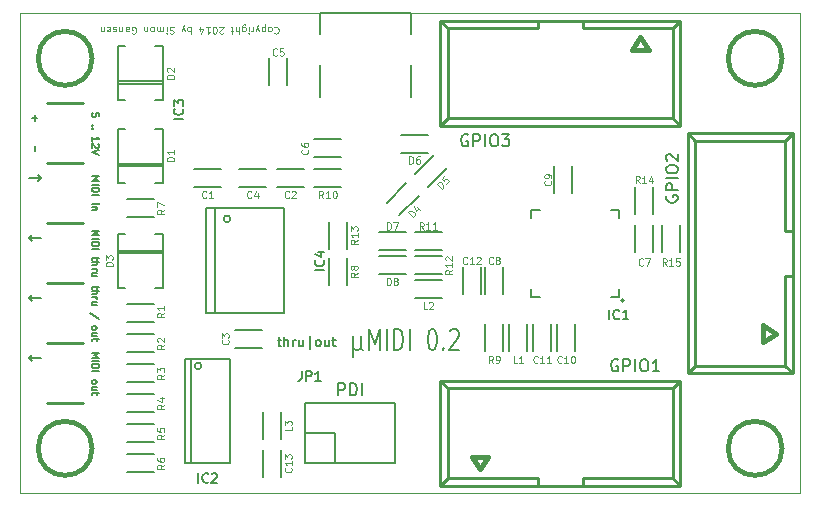
<source format=gto>
%TF.FileFunction,Legend,Top*%
%FSLAX46Y46*%
G04 Gerber Fmt 4.6, Leading zero omitted, Abs format (unit mm)*
G04 Created by KiCad (PCBNEW (2014-09-08 BZR 5122)-product) date Wed 17 Dec 2014 07:33:54 PM CET*
%MOMM*%
G01*
G04 APERTURE LIST*
%ADD10C,0.020000*%
%ADD11C,0.120000*%
%ADD12C,0.150000*%
%ADD13C,0.200000*%
%ADD14C,0.100000*%
%ADD15C,0.254000*%
%ADD16C,0.406400*%
%ADD17C,0.381000*%
%ADD18C,0.127000*%
%ADD19C,0.114300*%
G04 APERTURE END LIST*
D10*
D11*
X21522429Y39457286D02*
X21551000Y39485857D01*
X21636714Y39514429D01*
X21693857Y39514429D01*
X21779572Y39485857D01*
X21836714Y39428714D01*
X21865286Y39371571D01*
X21893857Y39257286D01*
X21893857Y39171571D01*
X21865286Y39057286D01*
X21836714Y39000143D01*
X21779572Y38943000D01*
X21693857Y38914429D01*
X21636714Y38914429D01*
X21551000Y38943000D01*
X21522429Y38971571D01*
X21179572Y39514429D02*
X21236714Y39485857D01*
X21265286Y39457286D01*
X21293857Y39400143D01*
X21293857Y39228714D01*
X21265286Y39171571D01*
X21236714Y39143000D01*
X21179572Y39114429D01*
X21093857Y39114429D01*
X21036714Y39143000D01*
X21008143Y39171571D01*
X20979572Y39228714D01*
X20979572Y39400143D01*
X21008143Y39457286D01*
X21036714Y39485857D01*
X21093857Y39514429D01*
X21179572Y39514429D01*
X20722429Y39114429D02*
X20722429Y39714429D01*
X20722429Y39143000D02*
X20665286Y39114429D01*
X20551000Y39114429D01*
X20493857Y39143000D01*
X20465286Y39171571D01*
X20436715Y39228714D01*
X20436715Y39400143D01*
X20465286Y39457286D01*
X20493857Y39485857D01*
X20551000Y39514429D01*
X20665286Y39514429D01*
X20722429Y39485857D01*
X20236715Y39114429D02*
X20093858Y39514429D01*
X19951000Y39114429D02*
X20093858Y39514429D01*
X20151000Y39657286D01*
X20179572Y39685857D01*
X20236715Y39714429D01*
X19722429Y39514429D02*
X19722429Y39114429D01*
X19722429Y39228714D02*
X19693857Y39171571D01*
X19665286Y39143000D01*
X19608143Y39114429D01*
X19551000Y39114429D01*
X19351000Y39514429D02*
X19351000Y39114429D01*
X19351000Y38914429D02*
X19379571Y38943000D01*
X19351000Y38971571D01*
X19322428Y38943000D01*
X19351000Y38914429D01*
X19351000Y38971571D01*
X18808143Y39114429D02*
X18808143Y39600143D01*
X18836714Y39657286D01*
X18865286Y39685857D01*
X18922429Y39714429D01*
X19008143Y39714429D01*
X19065286Y39685857D01*
X18808143Y39485857D02*
X18865286Y39514429D01*
X18979572Y39514429D01*
X19036714Y39485857D01*
X19065286Y39457286D01*
X19093857Y39400143D01*
X19093857Y39228714D01*
X19065286Y39171571D01*
X19036714Y39143000D01*
X18979572Y39114429D01*
X18865286Y39114429D01*
X18808143Y39143000D01*
X18522429Y39514429D02*
X18522429Y38914429D01*
X18265286Y39514429D02*
X18265286Y39200143D01*
X18293857Y39143000D01*
X18351000Y39114429D01*
X18436715Y39114429D01*
X18493857Y39143000D01*
X18522429Y39171571D01*
X18065286Y39114429D02*
X17836715Y39114429D01*
X17979572Y38914429D02*
X17979572Y39428714D01*
X17951000Y39485857D01*
X17893858Y39514429D01*
X17836715Y39514429D01*
X17208143Y38971571D02*
X17179572Y38943000D01*
X17122429Y38914429D01*
X16979572Y38914429D01*
X16922429Y38943000D01*
X16893858Y38971571D01*
X16865286Y39028714D01*
X16865286Y39085857D01*
X16893858Y39171571D01*
X17236715Y39514429D01*
X16865286Y39514429D01*
X16493857Y38914429D02*
X16436714Y38914429D01*
X16379571Y38943000D01*
X16351000Y38971571D01*
X16322429Y39028714D01*
X16293857Y39143000D01*
X16293857Y39285857D01*
X16322429Y39400143D01*
X16351000Y39457286D01*
X16379571Y39485857D01*
X16436714Y39514429D01*
X16493857Y39514429D01*
X16551000Y39485857D01*
X16579571Y39457286D01*
X16608143Y39400143D01*
X16636714Y39285857D01*
X16636714Y39143000D01*
X16608143Y39028714D01*
X16579571Y38971571D01*
X16551000Y38943000D01*
X16493857Y38914429D01*
X15722428Y39514429D02*
X16065285Y39514429D01*
X15893857Y39514429D02*
X15893857Y38914429D01*
X15951000Y39000143D01*
X16008142Y39057286D01*
X16065285Y39085857D01*
X15208142Y39114429D02*
X15208142Y39514429D01*
X15350999Y38885857D02*
X15493856Y39314429D01*
X15122428Y39314429D01*
X14436713Y39514429D02*
X14436713Y38914429D01*
X14436713Y39143000D02*
X14379570Y39114429D01*
X14265284Y39114429D01*
X14208141Y39143000D01*
X14179570Y39171571D01*
X14150999Y39228714D01*
X14150999Y39400143D01*
X14179570Y39457286D01*
X14208141Y39485857D01*
X14265284Y39514429D01*
X14379570Y39514429D01*
X14436713Y39485857D01*
X13950999Y39114429D02*
X13808142Y39514429D01*
X13665284Y39114429D02*
X13808142Y39514429D01*
X13865284Y39657286D01*
X13893856Y39685857D01*
X13950999Y39714429D01*
X13008141Y39485857D02*
X12922427Y39514429D01*
X12779570Y39514429D01*
X12722427Y39485857D01*
X12693856Y39457286D01*
X12665284Y39400143D01*
X12665284Y39343000D01*
X12693856Y39285857D01*
X12722427Y39257286D01*
X12779570Y39228714D01*
X12893856Y39200143D01*
X12950998Y39171571D01*
X12979570Y39143000D01*
X13008141Y39085857D01*
X13008141Y39028714D01*
X12979570Y38971571D01*
X12950998Y38943000D01*
X12893856Y38914429D01*
X12750998Y38914429D01*
X12665284Y38943000D01*
X12408141Y39514429D02*
X12408141Y39114429D01*
X12408141Y38914429D02*
X12436712Y38943000D01*
X12408141Y38971571D01*
X12379569Y38943000D01*
X12408141Y38914429D01*
X12408141Y38971571D01*
X12122427Y39514429D02*
X12122427Y39114429D01*
X12122427Y39171571D02*
X12093855Y39143000D01*
X12036713Y39114429D01*
X11950998Y39114429D01*
X11893855Y39143000D01*
X11865284Y39200143D01*
X11865284Y39514429D01*
X11865284Y39200143D02*
X11836713Y39143000D01*
X11779570Y39114429D01*
X11693855Y39114429D01*
X11636713Y39143000D01*
X11608141Y39200143D01*
X11608141Y39514429D01*
X11236713Y39514429D02*
X11293855Y39485857D01*
X11322427Y39457286D01*
X11350998Y39400143D01*
X11350998Y39228714D01*
X11322427Y39171571D01*
X11293855Y39143000D01*
X11236713Y39114429D01*
X11150998Y39114429D01*
X11093855Y39143000D01*
X11065284Y39171571D01*
X11036713Y39228714D01*
X11036713Y39400143D01*
X11065284Y39457286D01*
X11093855Y39485857D01*
X11150998Y39514429D01*
X11236713Y39514429D01*
X10779570Y39114429D02*
X10779570Y39514429D01*
X10779570Y39171571D02*
X10750998Y39143000D01*
X10693856Y39114429D01*
X10608141Y39114429D01*
X10550998Y39143000D01*
X10522427Y39200143D01*
X10522427Y39514429D01*
X9465284Y38943000D02*
X9522427Y38914429D01*
X9608141Y38914429D01*
X9693856Y38943000D01*
X9750998Y39000143D01*
X9779570Y39057286D01*
X9808141Y39171571D01*
X9808141Y39257286D01*
X9779570Y39371571D01*
X9750998Y39428714D01*
X9693856Y39485857D01*
X9608141Y39514429D01*
X9550998Y39514429D01*
X9465284Y39485857D01*
X9436713Y39457286D01*
X9436713Y39257286D01*
X9550998Y39257286D01*
X8922427Y39514429D02*
X8922427Y39200143D01*
X8950998Y39143000D01*
X9008141Y39114429D01*
X9122427Y39114429D01*
X9179570Y39143000D01*
X8922427Y39485857D02*
X8979570Y39514429D01*
X9122427Y39514429D01*
X9179570Y39485857D01*
X9208141Y39428714D01*
X9208141Y39371571D01*
X9179570Y39314429D01*
X9122427Y39285857D01*
X8979570Y39285857D01*
X8922427Y39257286D01*
X8636713Y39114429D02*
X8636713Y39514429D01*
X8636713Y39171571D02*
X8608141Y39143000D01*
X8550999Y39114429D01*
X8465284Y39114429D01*
X8408141Y39143000D01*
X8379570Y39200143D01*
X8379570Y39514429D01*
X8122427Y39485857D02*
X8065284Y39514429D01*
X7950999Y39514429D01*
X7893856Y39485857D01*
X7865284Y39428714D01*
X7865284Y39400143D01*
X7893856Y39343000D01*
X7950999Y39314429D01*
X8036713Y39314429D01*
X8093856Y39285857D01*
X8122427Y39228714D01*
X8122427Y39200143D01*
X8093856Y39143000D01*
X8036713Y39114429D01*
X7950999Y39114429D01*
X7893856Y39143000D01*
X7379570Y39485857D02*
X7436713Y39514429D01*
X7550999Y39514429D01*
X7608142Y39485857D01*
X7636713Y39428714D01*
X7636713Y39200143D01*
X7608142Y39143000D01*
X7550999Y39114429D01*
X7436713Y39114429D01*
X7379570Y39143000D01*
X7350999Y39200143D01*
X7350999Y39257286D01*
X7636713Y39314429D01*
X7093856Y39114429D02*
X7093856Y39514429D01*
X7093856Y39171571D02*
X7065284Y39143000D01*
X7008142Y39114429D01*
X6922427Y39114429D01*
X6865284Y39143000D01*
X6836713Y39200143D01*
X6836713Y39514429D01*
D12*
X28212810Y13339714D02*
X28212810Y11539714D01*
X28831857Y12396857D02*
X28893762Y12225429D01*
X29017572Y12139714D01*
X28212810Y12396857D02*
X28274715Y12225429D01*
X28398524Y12139714D01*
X28646143Y12139714D01*
X28769953Y12225429D01*
X28831857Y12396857D01*
X28831857Y13339714D01*
X29574715Y12139714D02*
X29574715Y13939714D01*
X30008048Y12654000D01*
X30441381Y13939714D01*
X30441381Y12139714D01*
X31060429Y12139714D02*
X31060429Y13939714D01*
X31679477Y12139714D02*
X31679477Y13939714D01*
X31989001Y13939714D01*
X32174715Y13854000D01*
X32298524Y13682571D01*
X32360429Y13511143D01*
X32422334Y13168286D01*
X32422334Y12911143D01*
X32360429Y12568286D01*
X32298524Y12396857D01*
X32174715Y12225429D01*
X31989001Y12139714D01*
X31679477Y12139714D01*
X32979477Y12139714D02*
X32979477Y13939714D01*
X34836620Y13939714D02*
X34960429Y13939714D01*
X35084239Y13854000D01*
X35146144Y13768286D01*
X35208048Y13596857D01*
X35269953Y13254000D01*
X35269953Y12825429D01*
X35208048Y12482571D01*
X35146144Y12311143D01*
X35084239Y12225429D01*
X34960429Y12139714D01*
X34836620Y12139714D01*
X34712810Y12225429D01*
X34650906Y12311143D01*
X34589001Y12482571D01*
X34527096Y12825429D01*
X34527096Y13254000D01*
X34589001Y13596857D01*
X34650906Y13768286D01*
X34712810Y13854000D01*
X34836620Y13939714D01*
X35827096Y12311143D02*
X35889001Y12225429D01*
X35827096Y12139714D01*
X35765191Y12225429D01*
X35827096Y12311143D01*
X35827096Y12139714D01*
X36384239Y13768286D02*
X36446144Y13854000D01*
X36569953Y13939714D01*
X36879477Y13939714D01*
X37003287Y13854000D01*
X37065191Y13768286D01*
X37127096Y13596857D01*
X37127096Y13425429D01*
X37065191Y13168286D01*
X36322334Y12139714D01*
X37127096Y12139714D01*
X21799856Y12998429D02*
X22104618Y12998429D01*
X21914142Y13265095D02*
X21914142Y12579381D01*
X21952237Y12503190D01*
X22028428Y12465095D01*
X22104618Y12465095D01*
X22371285Y12465095D02*
X22371285Y13265095D01*
X22714142Y12465095D02*
X22714142Y12884143D01*
X22676047Y12960333D01*
X22599857Y12998429D01*
X22485571Y12998429D01*
X22409380Y12960333D01*
X22371285Y12922238D01*
X23095095Y12465095D02*
X23095095Y12998429D01*
X23095095Y12846048D02*
X23133190Y12922238D01*
X23171286Y12960333D01*
X23247476Y12998429D01*
X23323667Y12998429D01*
X23933190Y12998429D02*
X23933190Y12465095D01*
X23590333Y12998429D02*
X23590333Y12579381D01*
X23628428Y12503190D01*
X23704619Y12465095D01*
X23818905Y12465095D01*
X23895095Y12503190D01*
X23933190Y12541286D01*
X24504619Y12198429D02*
X24504619Y13341286D01*
X25190334Y12465095D02*
X25114143Y12503190D01*
X25076048Y12541286D01*
X25037953Y12617476D01*
X25037953Y12846048D01*
X25076048Y12922238D01*
X25114143Y12960333D01*
X25190334Y12998429D01*
X25304620Y12998429D01*
X25380810Y12960333D01*
X25418905Y12922238D01*
X25457001Y12846048D01*
X25457001Y12617476D01*
X25418905Y12541286D01*
X25380810Y12503190D01*
X25304620Y12465095D01*
X25190334Y12465095D01*
X26142715Y12998429D02*
X26142715Y12465095D01*
X25799858Y12998429D02*
X25799858Y12579381D01*
X25837953Y12503190D01*
X25914144Y12465095D01*
X26028430Y12465095D01*
X26104620Y12503190D01*
X26142715Y12541286D01*
X26409382Y12998429D02*
X26714144Y12998429D01*
X26523668Y13265095D02*
X26523668Y12579381D01*
X26561763Y12503190D01*
X26637954Y12465095D01*
X26714144Y12465095D01*
D13*
X762000Y11430000D02*
X1016000Y11176000D01*
X762000Y11430000D02*
X1016000Y11684000D01*
X762000Y16510000D02*
X1016000Y16256000D01*
X762000Y16510000D02*
X1016000Y16764000D01*
X762000Y21590000D02*
X1016000Y21336000D01*
X762000Y21590000D02*
X1016000Y21844000D01*
X1778000Y11430000D02*
X762000Y11430000D01*
X1778000Y16510000D02*
X762000Y16510000D01*
X1778000Y21590000D02*
X762000Y21590000D01*
X1778000Y26670000D02*
X1524000Y26416000D01*
X1778000Y26670000D02*
X1524000Y26924000D01*
X1778000Y26670000D02*
X762000Y26670000D01*
D12*
X1227143Y31994286D02*
X1227143Y31537143D01*
X998571Y31765714D02*
X1455714Y31765714D01*
X1227143Y29422857D02*
X1227143Y28965714D01*
X6078571Y11888571D02*
X6678571Y11888571D01*
X6250000Y11688571D01*
X6678571Y11488571D01*
X6078571Y11488571D01*
X6078571Y11202857D02*
X6678571Y11202857D01*
X6078571Y10917143D02*
X6678571Y10917143D01*
X6678571Y10774286D01*
X6650000Y10688571D01*
X6592857Y10631429D01*
X6535714Y10602857D01*
X6421429Y10574286D01*
X6335714Y10574286D01*
X6221429Y10602857D01*
X6164286Y10631429D01*
X6107143Y10688571D01*
X6078571Y10774286D01*
X6078571Y10917143D01*
X6078571Y10317143D02*
X6678571Y10317143D01*
X6078571Y9488572D02*
X6107143Y9545714D01*
X6135714Y9574286D01*
X6192857Y9602857D01*
X6364286Y9602857D01*
X6421429Y9574286D01*
X6450000Y9545714D01*
X6478571Y9488572D01*
X6478571Y9402857D01*
X6450000Y9345714D01*
X6421429Y9317143D01*
X6364286Y9288572D01*
X6192857Y9288572D01*
X6135714Y9317143D01*
X6107143Y9345714D01*
X6078571Y9402857D01*
X6078571Y9488572D01*
X6478571Y8774286D02*
X6078571Y8774286D01*
X6478571Y9031429D02*
X6164286Y9031429D01*
X6107143Y9002857D01*
X6078571Y8945715D01*
X6078571Y8860000D01*
X6107143Y8802857D01*
X6135714Y8774286D01*
X6478571Y8574286D02*
X6478571Y8345715D01*
X6678571Y8488572D02*
X6164286Y8488572D01*
X6107143Y8460000D01*
X6078571Y8402858D01*
X6078571Y8345715D01*
X6478571Y17568571D02*
X6478571Y17340000D01*
X6678571Y17482857D02*
X6164286Y17482857D01*
X6107143Y17454285D01*
X6078571Y17397143D01*
X6078571Y17340000D01*
X6078571Y17140000D02*
X6678571Y17140000D01*
X6078571Y16882857D02*
X6392857Y16882857D01*
X6450000Y16911428D01*
X6478571Y16968571D01*
X6478571Y17054286D01*
X6450000Y17111428D01*
X6421429Y17140000D01*
X6078571Y16597143D02*
X6478571Y16597143D01*
X6364286Y16597143D02*
X6421429Y16568571D01*
X6450000Y16540000D01*
X6478571Y16482857D01*
X6478571Y16425714D01*
X6478571Y15968571D02*
X6078571Y15968571D01*
X6478571Y16225714D02*
X6164286Y16225714D01*
X6107143Y16197142D01*
X6078571Y16140000D01*
X6078571Y16054285D01*
X6107143Y15997142D01*
X6135714Y15968571D01*
X6707143Y14797142D02*
X5935714Y15311428D01*
X6078571Y14054286D02*
X6107143Y14111428D01*
X6135714Y14140000D01*
X6192857Y14168571D01*
X6364286Y14168571D01*
X6421429Y14140000D01*
X6450000Y14111428D01*
X6478571Y14054286D01*
X6478571Y13968571D01*
X6450000Y13911428D01*
X6421429Y13882857D01*
X6364286Y13854286D01*
X6192857Y13854286D01*
X6135714Y13882857D01*
X6107143Y13911428D01*
X6078571Y13968571D01*
X6078571Y14054286D01*
X6478571Y13340000D02*
X6078571Y13340000D01*
X6478571Y13597143D02*
X6164286Y13597143D01*
X6107143Y13568571D01*
X6078571Y13511429D01*
X6078571Y13425714D01*
X6107143Y13368571D01*
X6135714Y13340000D01*
X6478571Y13140000D02*
X6478571Y12911429D01*
X6678571Y13054286D02*
X6164286Y13054286D01*
X6107143Y13025714D01*
X6078571Y12968572D01*
X6078571Y12911429D01*
X6078571Y26828571D02*
X6678571Y26828571D01*
X6250000Y26628571D01*
X6678571Y26428571D01*
X6078571Y26428571D01*
X6078571Y26142857D02*
X6678571Y26142857D01*
X6078571Y25857143D02*
X6678571Y25857143D01*
X6678571Y25714286D01*
X6650000Y25628571D01*
X6592857Y25571429D01*
X6535714Y25542857D01*
X6421429Y25514286D01*
X6335714Y25514286D01*
X6221429Y25542857D01*
X6164286Y25571429D01*
X6107143Y25628571D01*
X6078571Y25714286D01*
X6078571Y25857143D01*
X6078571Y25257143D02*
X6678571Y25257143D01*
X6078571Y24514286D02*
X6478571Y24514286D01*
X6678571Y24514286D02*
X6650000Y24542857D01*
X6621429Y24514286D01*
X6650000Y24485714D01*
X6678571Y24514286D01*
X6621429Y24514286D01*
X6478571Y24228572D02*
X6078571Y24228572D01*
X6421429Y24228572D02*
X6450000Y24200000D01*
X6478571Y24142858D01*
X6478571Y24057143D01*
X6450000Y24000000D01*
X6392857Y23971429D01*
X6078571Y23971429D01*
X6078571Y22234285D02*
X6678571Y22234285D01*
X6250000Y22034285D01*
X6678571Y21834285D01*
X6078571Y21834285D01*
X6078571Y21548571D02*
X6678571Y21548571D01*
X6078571Y21262857D02*
X6678571Y21262857D01*
X6678571Y21120000D01*
X6650000Y21034285D01*
X6592857Y20977143D01*
X6535714Y20948571D01*
X6421429Y20920000D01*
X6335714Y20920000D01*
X6221429Y20948571D01*
X6164286Y20977143D01*
X6107143Y21034285D01*
X6078571Y21120000D01*
X6078571Y21262857D01*
X6078571Y20662857D02*
X6678571Y20662857D01*
X6478571Y20005714D02*
X6478571Y19777143D01*
X6678571Y19920000D02*
X6164286Y19920000D01*
X6107143Y19891428D01*
X6078571Y19834286D01*
X6078571Y19777143D01*
X6078571Y19577143D02*
X6678571Y19577143D01*
X6078571Y19320000D02*
X6392857Y19320000D01*
X6450000Y19348571D01*
X6478571Y19405714D01*
X6478571Y19491429D01*
X6450000Y19548571D01*
X6421429Y19577143D01*
X6078571Y19034286D02*
X6478571Y19034286D01*
X6364286Y19034286D02*
X6421429Y19005714D01*
X6450000Y18977143D01*
X6478571Y18920000D01*
X6478571Y18862857D01*
X6478571Y18405714D02*
X6078571Y18405714D01*
X6478571Y18662857D02*
X6164286Y18662857D01*
X6107143Y18634285D01*
X6078571Y18577143D01*
X6078571Y18491428D01*
X6107143Y18434285D01*
X6135714Y18405714D01*
X6678571Y31908572D02*
X6678571Y32194286D01*
X6392857Y32222857D01*
X6421429Y32194286D01*
X6450000Y32137143D01*
X6450000Y31994286D01*
X6421429Y31937143D01*
X6392857Y31908572D01*
X6335714Y31880000D01*
X6192857Y31880000D01*
X6135714Y31908572D01*
X6107143Y31937143D01*
X6078571Y31994286D01*
X6078571Y32137143D01*
X6107143Y32194286D01*
X6135714Y32222857D01*
X6135714Y31165714D02*
X6107143Y31137142D01*
X6078571Y31165714D01*
X6107143Y31194285D01*
X6135714Y31165714D01*
X6078571Y31165714D01*
X6135714Y30880000D02*
X6107143Y30851428D01*
X6078571Y30880000D01*
X6107143Y30908571D01*
X6135714Y30880000D01*
X6078571Y30880000D01*
X6078571Y29822857D02*
X6078571Y30165714D01*
X6078571Y29994286D02*
X6678571Y29994286D01*
X6592857Y30051429D01*
X6535714Y30108571D01*
X6507143Y30165714D01*
X6621429Y29594285D02*
X6650000Y29565714D01*
X6678571Y29508571D01*
X6678571Y29365714D01*
X6650000Y29308571D01*
X6621429Y29280000D01*
X6564286Y29251428D01*
X6507143Y29251428D01*
X6421429Y29280000D01*
X6078571Y29622857D01*
X6078571Y29251428D01*
X6678571Y29079999D02*
X6078571Y28879999D01*
X6678571Y28679999D01*
D14*
X66040000Y0D02*
X0Y0D01*
X0Y40640000D02*
X66040000Y40640000D01*
X0Y40640000D02*
X0Y0D01*
X66040000Y0D02*
X66040000Y40640000D01*
D12*
X24130000Y5080000D02*
X26670000Y5080000D01*
X26670000Y5080000D02*
X26670000Y2540000D01*
X24130000Y2540000D02*
X31750000Y2540000D01*
X31750000Y2540000D02*
X31750000Y7620000D01*
X31750000Y7620000D02*
X26670000Y7620000D01*
X24130000Y2540000D02*
X24130000Y5080000D01*
X24130000Y7620000D02*
X24130000Y5080000D01*
X26670000Y7620000D02*
X24130000Y7620000D01*
D15*
X36195000Y8890000D02*
X35560000Y9525000D01*
X36195000Y1270000D02*
X35560000Y635000D01*
X55245000Y1270000D02*
X55880000Y635000D01*
X55245000Y8890000D02*
X55880000Y9525000D01*
X47625000Y635000D02*
X47625000Y1270000D01*
X47625000Y1270000D02*
X55245000Y1270000D01*
X55245000Y1270000D02*
X55245000Y8890000D01*
X55245000Y8890000D02*
X36195000Y8890000D01*
X36195000Y8890000D02*
X36195000Y1270000D01*
X36195000Y1270000D02*
X43815000Y1270000D01*
X43815000Y1270000D02*
X43815000Y635000D01*
X35560000Y635000D02*
X55880000Y635000D01*
X55880000Y9525000D02*
X35560000Y9525000D01*
X35560000Y9525000D02*
X35560000Y635000D01*
X55880000Y9525000D02*
X55880000Y635000D01*
D16*
X38221920Y3111500D02*
X38920420Y2042160D01*
X38920420Y2042160D02*
X39621460Y3111500D01*
X39621460Y3111500D02*
X38221920Y3111500D01*
D15*
X57150000Y10795000D02*
X56515000Y10160000D01*
X64770000Y10795000D02*
X65405000Y10160000D01*
X64770000Y29845000D02*
X65405000Y30480000D01*
X57150000Y29845000D02*
X56515000Y30480000D01*
X65405000Y22225000D02*
X64770000Y22225000D01*
X64770000Y22225000D02*
X64770000Y29845000D01*
X64770000Y29845000D02*
X57150000Y29845000D01*
X57150000Y29845000D02*
X57150000Y10795000D01*
X57150000Y10795000D02*
X64770000Y10795000D01*
X64770000Y10795000D02*
X64770000Y18415000D01*
X64770000Y18415000D02*
X65405000Y18415000D01*
X65405000Y10160000D02*
X65405000Y30480000D01*
X56515000Y30480000D02*
X56515000Y10160000D01*
X56515000Y10160000D02*
X65405000Y10160000D01*
X56515000Y30480000D02*
X65405000Y30480000D01*
D16*
X62928500Y12821920D02*
X63997840Y13520420D01*
X63997840Y13520420D02*
X62928500Y14221460D01*
X62928500Y14221460D02*
X62928500Y12821920D01*
D15*
X55245000Y31750000D02*
X55880000Y31115000D01*
X55245000Y39370000D02*
X55880000Y40005000D01*
X36195000Y39370000D02*
X35560000Y40005000D01*
X36195000Y31750000D02*
X35560000Y31115000D01*
X43815000Y40005000D02*
X43815000Y39370000D01*
X43815000Y39370000D02*
X36195000Y39370000D01*
X36195000Y39370000D02*
X36195000Y31750000D01*
X36195000Y31750000D02*
X55245000Y31750000D01*
X55245000Y31750000D02*
X55245000Y39370000D01*
X55245000Y39370000D02*
X47625000Y39370000D01*
X47625000Y39370000D02*
X47625000Y40005000D01*
X55880000Y40005000D02*
X35560000Y40005000D01*
X35560000Y31115000D02*
X55880000Y31115000D01*
X55880000Y31115000D02*
X55880000Y40005000D01*
X35560000Y31115000D02*
X35560000Y40005000D01*
D16*
X53218080Y37528500D02*
X52519580Y38597840D01*
X52519580Y38597840D02*
X51818540Y37528500D01*
X51818540Y37528500D02*
X53218080Y37528500D01*
D17*
X6096000Y36830000D02*
G75*
G03X6096000Y36830000I-2286000J0D01*
G74*
G01*
X6096000Y3810000D02*
G75*
G03X6096000Y3810000I-2286000J0D01*
G74*
G01*
X64516000Y3810000D02*
G75*
G03X64516000Y3810000I-2286000J0D01*
G74*
G01*
X64516000Y36830000D02*
G75*
G03X64516000Y36830000I-2286000J0D01*
G74*
G01*
D12*
X17809981Y23241000D02*
G75*
G03X17809981Y23241000I-283981J0D01*
G74*
G01*
X16510000Y24130000D02*
X16510000Y15240000D01*
X22352000Y24130000D02*
X22352000Y15240000D01*
X22352000Y15240000D02*
X15748000Y15240000D01*
X15748000Y15240000D02*
X15748000Y24130000D01*
X15748000Y24130000D02*
X22352000Y24130000D01*
D18*
X14732000Y27432000D02*
X17018000Y27432000D01*
X17018000Y25908000D02*
X14732000Y25908000D01*
X21717000Y27432000D02*
X24003000Y27432000D01*
X24003000Y25908000D02*
X21717000Y25908000D01*
X18161000Y13843000D02*
X20447000Y13843000D01*
X20447000Y12319000D02*
X18161000Y12319000D01*
X20828000Y25908000D02*
X18542000Y25908000D01*
X18542000Y27432000D02*
X20828000Y27432000D01*
X22606000Y36830000D02*
X22606000Y34544000D01*
X21082000Y34544000D02*
X21082000Y36830000D01*
X27178000Y28448000D02*
X24892000Y28448000D01*
X24892000Y29972000D02*
X27178000Y29972000D01*
X53594000Y22733000D02*
X53594000Y20447000D01*
X52070000Y20447000D02*
X52070000Y22733000D01*
X40894000Y19177000D02*
X40894000Y16891000D01*
X39370000Y16891000D02*
X39370000Y19177000D01*
X45212000Y25400000D02*
X45212000Y27686000D01*
X46736000Y27686000D02*
X46736000Y25400000D01*
X46990000Y14351000D02*
X46990000Y12065000D01*
X45466000Y12065000D02*
X45466000Y14351000D01*
X44958000Y14351000D02*
X44958000Y12065000D01*
X43434000Y12065000D02*
X43434000Y14351000D01*
X38989000Y19177000D02*
X38989000Y16891000D01*
X37465000Y16891000D02*
X37465000Y19177000D01*
X22098000Y3683000D02*
X22098000Y1397000D01*
X20574000Y1397000D02*
X20574000Y3683000D01*
X31037962Y24622592D02*
X32654408Y26239038D01*
X33732038Y25161408D02*
X32115592Y23544962D01*
X36145038Y27574408D02*
X34528592Y25957962D01*
X33450962Y27035592D02*
X35067408Y28652038D01*
X34544000Y28829000D02*
X32258000Y28829000D01*
X32258000Y30353000D02*
X34544000Y30353000D01*
X32639000Y20574000D02*
X30353000Y20574000D01*
X30353000Y22098000D02*
X32639000Y22098000D01*
X32639000Y18542000D02*
X30353000Y18542000D01*
X30353000Y20066000D02*
X32639000Y20066000D01*
X41402000Y12065000D02*
X41402000Y14351000D01*
X42926000Y14351000D02*
X42926000Y12065000D01*
X33401000Y18034000D02*
X35687000Y18034000D01*
X35687000Y16510000D02*
X33401000Y16510000D01*
X22098000Y6858000D02*
X22098000Y4572000D01*
X20574000Y4572000D02*
X20574000Y6858000D01*
X11303000Y14478000D02*
X9017000Y14478000D01*
X9017000Y16002000D02*
X11303000Y16002000D01*
X11303000Y11938000D02*
X9017000Y11938000D01*
X9017000Y13462000D02*
X11303000Y13462000D01*
X11303000Y9398000D02*
X9017000Y9398000D01*
X9017000Y10922000D02*
X11303000Y10922000D01*
X11303000Y6858000D02*
X9017000Y6858000D01*
X9017000Y8382000D02*
X11303000Y8382000D01*
X11303000Y4318000D02*
X9017000Y4318000D01*
X9017000Y5842000D02*
X11303000Y5842000D01*
X11303000Y1778000D02*
X9017000Y1778000D01*
X9017000Y3302000D02*
X11303000Y3302000D01*
X11303000Y23368000D02*
X9017000Y23368000D01*
X9017000Y24892000D02*
X11303000Y24892000D01*
X26162000Y17653000D02*
X26162000Y19939000D01*
X27686000Y19939000D02*
X27686000Y17653000D01*
X39370000Y12065000D02*
X39370000Y14351000D01*
X40894000Y14351000D02*
X40894000Y12065000D01*
X24892000Y27432000D02*
X27178000Y27432000D01*
X27178000Y25908000D02*
X24892000Y25908000D01*
X35687000Y20574000D02*
X33401000Y20574000D01*
X33401000Y22098000D02*
X35687000Y22098000D01*
X35687000Y18542000D02*
X33401000Y18542000D01*
X33401000Y20066000D02*
X35687000Y20066000D01*
X27686000Y22987000D02*
X27686000Y20701000D01*
X26162000Y20701000D02*
X26162000Y22987000D01*
D15*
X5310000Y27940000D02*
X2310000Y27940000D01*
X5310000Y22860000D02*
X2310000Y22860000D01*
X5310000Y22860000D02*
X2310000Y22860000D01*
X5310000Y17780000D02*
X2310000Y17780000D01*
X5310000Y17780000D02*
X2310000Y17780000D01*
X5310000Y12700000D02*
X2310000Y12700000D01*
X5310000Y12700000D02*
X2310000Y12700000D01*
X5310000Y7620000D02*
X2310000Y7620000D01*
X5310000Y33020000D02*
X2310000Y33020000D01*
X5310000Y27940000D02*
X2310000Y27940000D01*
D12*
X43290000Y16620000D02*
X43290000Y17320000D01*
X43990000Y24020000D02*
X43290000Y24020000D01*
X43290000Y24020000D02*
X43290000Y23320000D01*
X43990000Y16620000D02*
X43290000Y16620000D01*
X50690000Y23320000D02*
X50690000Y24020000D01*
X50690000Y24020000D02*
X49990000Y24020000D01*
X50690000Y17320000D02*
X50690000Y16620000D01*
X50690000Y16620000D02*
X49990000Y16620000D01*
X51131421Y16320000D02*
G75*
G03X51131421Y16320000I-141421J0D01*
G74*
G01*
X15357843Y10785000D02*
G75*
G03X15357843Y10785000I-282843J0D01*
G74*
G01*
X14475000Y11385000D02*
X14475000Y2585000D01*
X13975000Y2585000D02*
X13975000Y11385000D01*
X17775000Y2585000D02*
X17775000Y11385000D01*
X17775000Y2585000D02*
X13975000Y2585000D01*
X13975000Y11385000D02*
X17775000Y11385000D01*
D18*
X53594000Y25908000D02*
X53594000Y23622000D01*
X52070000Y23622000D02*
X52070000Y25908000D01*
X54356000Y20447000D02*
X54356000Y22733000D01*
X55880000Y22733000D02*
X55880000Y20447000D01*
D12*
X33060000Y40690000D02*
X25360000Y40690000D01*
X33060000Y38890000D02*
X33060000Y40690000D01*
X25360000Y38890000D02*
X25360000Y40690000D01*
X25360000Y33590000D02*
X25360000Y36290000D01*
X33060000Y33590000D02*
X33060000Y36290000D01*
X12065000Y30861000D02*
X12065000Y26289000D01*
X12065000Y26289000D02*
X11430000Y26289000D01*
X8255000Y27914600D02*
X12065000Y27914600D01*
X8255000Y27711400D02*
X12065000Y27711400D01*
X8890000Y30861000D02*
X8255000Y30861000D01*
X8255000Y30861000D02*
X8255000Y26289000D01*
X8255000Y26289000D02*
X8890000Y26289000D01*
X11430000Y30861000D02*
X12065000Y30861000D01*
X12065000Y37846000D02*
X12065000Y33274000D01*
X12065000Y33274000D02*
X11430000Y33274000D01*
X8255000Y34899600D02*
X12065000Y34899600D01*
X8255000Y34696400D02*
X12065000Y34696400D01*
X8890000Y37846000D02*
X8255000Y37846000D01*
X8255000Y37846000D02*
X8255000Y33274000D01*
X8255000Y33274000D02*
X8890000Y33274000D01*
X11430000Y37846000D02*
X12065000Y37846000D01*
X8255000Y17399000D02*
X8255000Y21971000D01*
X8255000Y21971000D02*
X8890000Y21971000D01*
X12065000Y20345400D02*
X8255000Y20345400D01*
X12065000Y20548600D02*
X8255000Y20548600D01*
X11430000Y17399000D02*
X12065000Y17399000D01*
X12065000Y17399000D02*
X12065000Y21971000D01*
X12065000Y21971000D02*
X11430000Y21971000D01*
X8890000Y17399000D02*
X8255000Y17399000D01*
X23844334Y10344095D02*
X23844334Y9772667D01*
X23806238Y9658381D01*
X23730048Y9582190D01*
X23615762Y9544095D01*
X23539572Y9544095D01*
X24225286Y9544095D02*
X24225286Y10344095D01*
X24530048Y10344095D01*
X24606239Y10306000D01*
X24644334Y10267905D01*
X24682429Y10191714D01*
X24682429Y10077429D01*
X24644334Y10001238D01*
X24606239Y9963143D01*
X24530048Y9925048D01*
X24225286Y9925048D01*
X25444334Y9544095D02*
X24987191Y9544095D01*
X25215762Y9544095D02*
X25215762Y10344095D01*
X25139572Y10229810D01*
X25063381Y10153619D01*
X24987191Y10115524D01*
D13*
X26940000Y8310619D02*
X26940000Y9310619D01*
X27320953Y9310619D01*
X27416191Y9263000D01*
X27463810Y9215381D01*
X27511429Y9120143D01*
X27511429Y8977286D01*
X27463810Y8882048D01*
X27416191Y8834429D01*
X27320953Y8786810D01*
X26940000Y8786810D01*
X27940000Y8310619D02*
X27940000Y9310619D01*
X28178095Y9310619D01*
X28320953Y9263000D01*
X28416191Y9167762D01*
X28463810Y9072524D01*
X28511429Y8882048D01*
X28511429Y8739190D01*
X28463810Y8548714D01*
X28416191Y8453476D01*
X28320953Y8358238D01*
X28178095Y8310619D01*
X27940000Y8310619D01*
X28940000Y8310619D02*
X28940000Y9310619D01*
X50593810Y11295000D02*
X50498572Y11342619D01*
X50355715Y11342619D01*
X50212857Y11295000D01*
X50117619Y11199762D01*
X50070000Y11104524D01*
X50022381Y10914048D01*
X50022381Y10771190D01*
X50070000Y10580714D01*
X50117619Y10485476D01*
X50212857Y10390238D01*
X50355715Y10342619D01*
X50450953Y10342619D01*
X50593810Y10390238D01*
X50641429Y10437857D01*
X50641429Y10771190D01*
X50450953Y10771190D01*
X51070000Y10342619D02*
X51070000Y11342619D01*
X51450953Y11342619D01*
X51546191Y11295000D01*
X51593810Y11247381D01*
X51641429Y11152143D01*
X51641429Y11009286D01*
X51593810Y10914048D01*
X51546191Y10866429D01*
X51450953Y10818810D01*
X51070000Y10818810D01*
X52070000Y10342619D02*
X52070000Y11342619D01*
X52736666Y11342619D02*
X52927143Y11342619D01*
X53022381Y11295000D01*
X53117619Y11199762D01*
X53165238Y11009286D01*
X53165238Y10675952D01*
X53117619Y10485476D01*
X53022381Y10390238D01*
X52927143Y10342619D01*
X52736666Y10342619D01*
X52641428Y10390238D01*
X52546190Y10485476D01*
X52498571Y10675952D01*
X52498571Y11009286D01*
X52546190Y11199762D01*
X52641428Y11295000D01*
X52736666Y11342619D01*
X54117619Y10342619D02*
X53546190Y10342619D01*
X53831904Y10342619D02*
X53831904Y11342619D01*
X53736666Y11199762D01*
X53641428Y11104524D01*
X53546190Y11056905D01*
X54745000Y25193810D02*
X54697381Y25098572D01*
X54697381Y24955715D01*
X54745000Y24812857D01*
X54840238Y24717619D01*
X54935476Y24670000D01*
X55125952Y24622381D01*
X55268810Y24622381D01*
X55459286Y24670000D01*
X55554524Y24717619D01*
X55649762Y24812857D01*
X55697381Y24955715D01*
X55697381Y25050953D01*
X55649762Y25193810D01*
X55602143Y25241429D01*
X55268810Y25241429D01*
X55268810Y25050953D01*
X55697381Y25670000D02*
X54697381Y25670000D01*
X54697381Y26050953D01*
X54745000Y26146191D01*
X54792619Y26193810D01*
X54887857Y26241429D01*
X55030714Y26241429D01*
X55125952Y26193810D01*
X55173571Y26146191D01*
X55221190Y26050953D01*
X55221190Y25670000D01*
X55697381Y26670000D02*
X54697381Y26670000D01*
X54697381Y27336666D02*
X54697381Y27527143D01*
X54745000Y27622381D01*
X54840238Y27717619D01*
X55030714Y27765238D01*
X55364048Y27765238D01*
X55554524Y27717619D01*
X55649762Y27622381D01*
X55697381Y27527143D01*
X55697381Y27336666D01*
X55649762Y27241428D01*
X55554524Y27146190D01*
X55364048Y27098571D01*
X55030714Y27098571D01*
X54840238Y27146190D01*
X54745000Y27241428D01*
X54697381Y27336666D01*
X54792619Y28146190D02*
X54745000Y28193809D01*
X54697381Y28289047D01*
X54697381Y28527143D01*
X54745000Y28622381D01*
X54792619Y28670000D01*
X54887857Y28717619D01*
X54983095Y28717619D01*
X55125952Y28670000D01*
X55697381Y28098571D01*
X55697381Y28717619D01*
X37893810Y30345000D02*
X37798572Y30392619D01*
X37655715Y30392619D01*
X37512857Y30345000D01*
X37417619Y30249762D01*
X37370000Y30154524D01*
X37322381Y29964048D01*
X37322381Y29821190D01*
X37370000Y29630714D01*
X37417619Y29535476D01*
X37512857Y29440238D01*
X37655715Y29392619D01*
X37750953Y29392619D01*
X37893810Y29440238D01*
X37941429Y29487857D01*
X37941429Y29821190D01*
X37750953Y29821190D01*
X38370000Y29392619D02*
X38370000Y30392619D01*
X38750953Y30392619D01*
X38846191Y30345000D01*
X38893810Y30297381D01*
X38941429Y30202143D01*
X38941429Y30059286D01*
X38893810Y29964048D01*
X38846191Y29916429D01*
X38750953Y29868810D01*
X38370000Y29868810D01*
X39370000Y29392619D02*
X39370000Y30392619D01*
X40036666Y30392619D02*
X40227143Y30392619D01*
X40322381Y30345000D01*
X40417619Y30249762D01*
X40465238Y30059286D01*
X40465238Y29725952D01*
X40417619Y29535476D01*
X40322381Y29440238D01*
X40227143Y29392619D01*
X40036666Y29392619D01*
X39941428Y29440238D01*
X39846190Y29535476D01*
X39798571Y29725952D01*
X39798571Y30059286D01*
X39846190Y30249762D01*
X39941428Y30345000D01*
X40036666Y30392619D01*
X40798571Y30392619D02*
X41417619Y30392619D01*
X41084285Y30011667D01*
X41227143Y30011667D01*
X41322381Y29964048D01*
X41370000Y29916429D01*
X41417619Y29821190D01*
X41417619Y29583095D01*
X41370000Y29487857D01*
X41322381Y29440238D01*
X41227143Y29392619D01*
X40941428Y29392619D01*
X40846190Y29440238D01*
X40798571Y29487857D01*
D12*
X13823905Y31731048D02*
X13023905Y31731048D01*
X13747714Y32569143D02*
X13785810Y32531048D01*
X13823905Y32416762D01*
X13823905Y32340572D01*
X13785810Y32226286D01*
X13709619Y32150095D01*
X13633429Y32112000D01*
X13481048Y32073905D01*
X13366762Y32073905D01*
X13214381Y32112000D01*
X13138190Y32150095D01*
X13062000Y32226286D01*
X13023905Y32340572D01*
X13023905Y32416762D01*
X13062000Y32531048D01*
X13100095Y32569143D01*
X13023905Y32835810D02*
X13023905Y33331048D01*
X13328667Y33064381D01*
X13328667Y33178667D01*
X13366762Y33254857D01*
X13404857Y33292953D01*
X13481048Y33331048D01*
X13671524Y33331048D01*
X13747714Y33292953D01*
X13785810Y33254857D01*
X13823905Y33178667D01*
X13823905Y32950095D01*
X13785810Y32873905D01*
X13747714Y32835810D01*
X25761905Y18904048D02*
X24961905Y18904048D01*
X25685714Y19742143D02*
X25723810Y19704048D01*
X25761905Y19589762D01*
X25761905Y19513572D01*
X25723810Y19399286D01*
X25647619Y19323095D01*
X25571429Y19285000D01*
X25419048Y19246905D01*
X25304762Y19246905D01*
X25152381Y19285000D01*
X25076190Y19323095D01*
X25000000Y19399286D01*
X24961905Y19513572D01*
X24961905Y19589762D01*
X25000000Y19704048D01*
X25038095Y19742143D01*
X25228571Y20427857D02*
X25761905Y20427857D01*
X24923810Y20237381D02*
X25495238Y20046905D01*
X25495238Y20542143D01*
D19*
X15775000Y25058714D02*
X15746429Y25030143D01*
X15660715Y25001571D01*
X15603572Y25001571D01*
X15517857Y25030143D01*
X15460715Y25087286D01*
X15432143Y25144429D01*
X15403572Y25258714D01*
X15403572Y25344429D01*
X15432143Y25458714D01*
X15460715Y25515857D01*
X15517857Y25573000D01*
X15603572Y25601571D01*
X15660715Y25601571D01*
X15746429Y25573000D01*
X15775000Y25544429D01*
X16346429Y25001571D02*
X16003572Y25001571D01*
X16175000Y25001571D02*
X16175000Y25601571D01*
X16117857Y25515857D01*
X16060715Y25458714D01*
X16003572Y25430143D01*
X22760000Y25058714D02*
X22731429Y25030143D01*
X22645715Y25001571D01*
X22588572Y25001571D01*
X22502857Y25030143D01*
X22445715Y25087286D01*
X22417143Y25144429D01*
X22388572Y25258714D01*
X22388572Y25344429D01*
X22417143Y25458714D01*
X22445715Y25515857D01*
X22502857Y25573000D01*
X22588572Y25601571D01*
X22645715Y25601571D01*
X22731429Y25573000D01*
X22760000Y25544429D01*
X22988572Y25544429D02*
X23017143Y25573000D01*
X23074286Y25601571D01*
X23217143Y25601571D01*
X23274286Y25573000D01*
X23302857Y25544429D01*
X23331429Y25487286D01*
X23331429Y25430143D01*
X23302857Y25344429D01*
X22960000Y25001571D01*
X23331429Y25001571D01*
X17613286Y12981000D02*
X17641857Y12952429D01*
X17670429Y12866715D01*
X17670429Y12809572D01*
X17641857Y12723857D01*
X17584714Y12666715D01*
X17527571Y12638143D01*
X17413286Y12609572D01*
X17327571Y12609572D01*
X17213286Y12638143D01*
X17156143Y12666715D01*
X17099000Y12723857D01*
X17070429Y12809572D01*
X17070429Y12866715D01*
X17099000Y12952429D01*
X17127571Y12981000D01*
X17070429Y13181000D02*
X17070429Y13552429D01*
X17299000Y13352429D01*
X17299000Y13438143D01*
X17327571Y13495286D01*
X17356143Y13523857D01*
X17413286Y13552429D01*
X17556143Y13552429D01*
X17613286Y13523857D01*
X17641857Y13495286D01*
X17670429Y13438143D01*
X17670429Y13266715D01*
X17641857Y13209572D01*
X17613286Y13181000D01*
X19585000Y25058714D02*
X19556429Y25030143D01*
X19470715Y25001571D01*
X19413572Y25001571D01*
X19327857Y25030143D01*
X19270715Y25087286D01*
X19242143Y25144429D01*
X19213572Y25258714D01*
X19213572Y25344429D01*
X19242143Y25458714D01*
X19270715Y25515857D01*
X19327857Y25573000D01*
X19413572Y25601571D01*
X19470715Y25601571D01*
X19556429Y25573000D01*
X19585000Y25544429D01*
X20099286Y25401571D02*
X20099286Y25001571D01*
X19956429Y25630143D02*
X19813572Y25201571D01*
X20185000Y25201571D01*
X21744000Y37123714D02*
X21715429Y37095143D01*
X21629715Y37066571D01*
X21572572Y37066571D01*
X21486857Y37095143D01*
X21429715Y37152286D01*
X21401143Y37209429D01*
X21372572Y37323714D01*
X21372572Y37409429D01*
X21401143Y37523714D01*
X21429715Y37580857D01*
X21486857Y37638000D01*
X21572572Y37666571D01*
X21629715Y37666571D01*
X21715429Y37638000D01*
X21744000Y37609429D01*
X22286857Y37666571D02*
X22001143Y37666571D01*
X21972572Y37380857D01*
X22001143Y37409429D01*
X22058286Y37438000D01*
X22201143Y37438000D01*
X22258286Y37409429D01*
X22286857Y37380857D01*
X22315429Y37323714D01*
X22315429Y37180857D01*
X22286857Y37123714D01*
X22258286Y37095143D01*
X22201143Y37066571D01*
X22058286Y37066571D01*
X22001143Y37095143D01*
X21972572Y37123714D01*
X24344286Y29110000D02*
X24372857Y29081429D01*
X24401429Y28995715D01*
X24401429Y28938572D01*
X24372857Y28852857D01*
X24315714Y28795715D01*
X24258571Y28767143D01*
X24144286Y28738572D01*
X24058571Y28738572D01*
X23944286Y28767143D01*
X23887143Y28795715D01*
X23830000Y28852857D01*
X23801429Y28938572D01*
X23801429Y28995715D01*
X23830000Y29081429D01*
X23858571Y29110000D01*
X23801429Y29624286D02*
X23801429Y29510000D01*
X23830000Y29452857D01*
X23858571Y29424286D01*
X23944286Y29367143D01*
X24058571Y29338572D01*
X24287143Y29338572D01*
X24344286Y29367143D01*
X24372857Y29395715D01*
X24401429Y29452857D01*
X24401429Y29567143D01*
X24372857Y29624286D01*
X24344286Y29652857D01*
X24287143Y29681429D01*
X24144286Y29681429D01*
X24087143Y29652857D01*
X24058571Y29624286D01*
X24030000Y29567143D01*
X24030000Y29452857D01*
X24058571Y29395715D01*
X24087143Y29367143D01*
X24144286Y29338572D01*
X52732000Y19343714D02*
X52703429Y19315143D01*
X52617715Y19286571D01*
X52560572Y19286571D01*
X52474857Y19315143D01*
X52417715Y19372286D01*
X52389143Y19429429D01*
X52360572Y19543714D01*
X52360572Y19629429D01*
X52389143Y19743714D01*
X52417715Y19800857D01*
X52474857Y19858000D01*
X52560572Y19886571D01*
X52617715Y19886571D01*
X52703429Y19858000D01*
X52732000Y19829429D01*
X52932000Y19886571D02*
X53332000Y19886571D01*
X53074857Y19286571D01*
X40032000Y19470714D02*
X40003429Y19442143D01*
X39917715Y19413571D01*
X39860572Y19413571D01*
X39774857Y19442143D01*
X39717715Y19499286D01*
X39689143Y19556429D01*
X39660572Y19670714D01*
X39660572Y19756429D01*
X39689143Y19870714D01*
X39717715Y19927857D01*
X39774857Y19985000D01*
X39860572Y20013571D01*
X39917715Y20013571D01*
X40003429Y19985000D01*
X40032000Y19956429D01*
X40374857Y19756429D02*
X40317715Y19785000D01*
X40289143Y19813571D01*
X40260572Y19870714D01*
X40260572Y19899286D01*
X40289143Y19956429D01*
X40317715Y19985000D01*
X40374857Y20013571D01*
X40489143Y20013571D01*
X40546286Y19985000D01*
X40574857Y19956429D01*
X40603429Y19899286D01*
X40603429Y19870714D01*
X40574857Y19813571D01*
X40546286Y19785000D01*
X40489143Y19756429D01*
X40374857Y19756429D01*
X40317715Y19727857D01*
X40289143Y19699286D01*
X40260572Y19642143D01*
X40260572Y19527857D01*
X40289143Y19470714D01*
X40317715Y19442143D01*
X40374857Y19413571D01*
X40489143Y19413571D01*
X40546286Y19442143D01*
X40574857Y19470714D01*
X40603429Y19527857D01*
X40603429Y19642143D01*
X40574857Y19699286D01*
X40546286Y19727857D01*
X40489143Y19756429D01*
X44918286Y26443000D02*
X44946857Y26414429D01*
X44975429Y26328715D01*
X44975429Y26271572D01*
X44946857Y26185857D01*
X44889714Y26128715D01*
X44832571Y26100143D01*
X44718286Y26071572D01*
X44632571Y26071572D01*
X44518286Y26100143D01*
X44461143Y26128715D01*
X44404000Y26185857D01*
X44375429Y26271572D01*
X44375429Y26328715D01*
X44404000Y26414429D01*
X44432571Y26443000D01*
X44975429Y26728715D02*
X44975429Y26843000D01*
X44946857Y26900143D01*
X44918286Y26928715D01*
X44832571Y26985857D01*
X44718286Y27014429D01*
X44489714Y27014429D01*
X44432571Y26985857D01*
X44404000Y26957286D01*
X44375429Y26900143D01*
X44375429Y26785857D01*
X44404000Y26728715D01*
X44432571Y26700143D01*
X44489714Y26671572D01*
X44632571Y26671572D01*
X44689714Y26700143D01*
X44718286Y26728715D01*
X44746857Y26785857D01*
X44746857Y26900143D01*
X44718286Y26957286D01*
X44689714Y26985857D01*
X44632571Y27014429D01*
X45842285Y11088714D02*
X45813714Y11060143D01*
X45728000Y11031571D01*
X45670857Y11031571D01*
X45585142Y11060143D01*
X45528000Y11117286D01*
X45499428Y11174429D01*
X45470857Y11288714D01*
X45470857Y11374429D01*
X45499428Y11488714D01*
X45528000Y11545857D01*
X45585142Y11603000D01*
X45670857Y11631571D01*
X45728000Y11631571D01*
X45813714Y11603000D01*
X45842285Y11574429D01*
X46413714Y11031571D02*
X46070857Y11031571D01*
X46242285Y11031571D02*
X46242285Y11631571D01*
X46185142Y11545857D01*
X46128000Y11488714D01*
X46070857Y11460143D01*
X46785143Y11631571D02*
X46842286Y11631571D01*
X46899429Y11603000D01*
X46928000Y11574429D01*
X46956571Y11517286D01*
X46985143Y11403000D01*
X46985143Y11260143D01*
X46956571Y11145857D01*
X46928000Y11088714D01*
X46899429Y11060143D01*
X46842286Y11031571D01*
X46785143Y11031571D01*
X46728000Y11060143D01*
X46699429Y11088714D01*
X46670857Y11145857D01*
X46642286Y11260143D01*
X46642286Y11403000D01*
X46670857Y11517286D01*
X46699429Y11574429D01*
X46728000Y11603000D01*
X46785143Y11631571D01*
X43810285Y11088714D02*
X43781714Y11060143D01*
X43696000Y11031571D01*
X43638857Y11031571D01*
X43553142Y11060143D01*
X43496000Y11117286D01*
X43467428Y11174429D01*
X43438857Y11288714D01*
X43438857Y11374429D01*
X43467428Y11488714D01*
X43496000Y11545857D01*
X43553142Y11603000D01*
X43638857Y11631571D01*
X43696000Y11631571D01*
X43781714Y11603000D01*
X43810285Y11574429D01*
X44381714Y11031571D02*
X44038857Y11031571D01*
X44210285Y11031571D02*
X44210285Y11631571D01*
X44153142Y11545857D01*
X44096000Y11488714D01*
X44038857Y11460143D01*
X44953143Y11031571D02*
X44610286Y11031571D01*
X44781714Y11031571D02*
X44781714Y11631571D01*
X44724571Y11545857D01*
X44667429Y11488714D01*
X44610286Y11460143D01*
X37841285Y19470714D02*
X37812714Y19442143D01*
X37727000Y19413571D01*
X37669857Y19413571D01*
X37584142Y19442143D01*
X37527000Y19499286D01*
X37498428Y19556429D01*
X37469857Y19670714D01*
X37469857Y19756429D01*
X37498428Y19870714D01*
X37527000Y19927857D01*
X37584142Y19985000D01*
X37669857Y20013571D01*
X37727000Y20013571D01*
X37812714Y19985000D01*
X37841285Y19956429D01*
X38412714Y19413571D02*
X38069857Y19413571D01*
X38241285Y19413571D02*
X38241285Y20013571D01*
X38184142Y19927857D01*
X38127000Y19870714D01*
X38069857Y19842143D01*
X38641286Y19956429D02*
X38669857Y19985000D01*
X38727000Y20013571D01*
X38869857Y20013571D01*
X38927000Y19985000D01*
X38955571Y19956429D01*
X38984143Y19899286D01*
X38984143Y19842143D01*
X38955571Y19756429D01*
X38612714Y19413571D01*
X38984143Y19413571D01*
X22947286Y2154285D02*
X22975857Y2125714D01*
X23004429Y2040000D01*
X23004429Y1982857D01*
X22975857Y1897142D01*
X22918714Y1840000D01*
X22861571Y1811428D01*
X22747286Y1782857D01*
X22661571Y1782857D01*
X22547286Y1811428D01*
X22490143Y1840000D01*
X22433000Y1897142D01*
X22404429Y1982857D01*
X22404429Y2040000D01*
X22433000Y2125714D01*
X22461571Y2154285D01*
X23004429Y2725714D02*
X23004429Y2382857D01*
X23004429Y2554285D02*
X22404429Y2554285D01*
X22490143Y2497142D01*
X22547286Y2440000D01*
X22575857Y2382857D01*
X22404429Y2925714D02*
X22404429Y3297143D01*
X22633000Y3097143D01*
X22633000Y3182857D01*
X22661571Y3240000D01*
X22690143Y3268571D01*
X22747286Y3297143D01*
X22890143Y3297143D01*
X22947286Y3268571D01*
X22975857Y3240000D01*
X23004429Y3182857D01*
X23004429Y3011429D01*
X22975857Y2954286D01*
X22947286Y2925714D01*
X33279782Y23370924D02*
X32855518Y23795188D01*
X32956533Y23896203D01*
X33037346Y23936610D01*
X33118157Y23936609D01*
X33178767Y23916406D01*
X33279781Y23855797D01*
X33340391Y23795188D01*
X33401000Y23694173D01*
X33421203Y23633563D01*
X33421203Y23552752D01*
X33380797Y23471939D01*
X33279782Y23370924D01*
X33603031Y24259858D02*
X33885874Y23977015D01*
X33340391Y24320468D02*
X33542422Y23916406D01*
X33805061Y24179045D01*
X35692782Y25783924D02*
X35268518Y26208188D01*
X35369533Y26309203D01*
X35450346Y26349610D01*
X35531157Y26349609D01*
X35591767Y26329406D01*
X35692781Y26268797D01*
X35753391Y26208188D01*
X35814000Y26107173D01*
X35834203Y26046563D01*
X35834203Y25965752D01*
X35793797Y25884939D01*
X35692782Y25783924D01*
X35894812Y26834482D02*
X35692782Y26632452D01*
X35874610Y26410219D01*
X35874609Y26450625D01*
X35894812Y26511234D01*
X35995828Y26612249D01*
X36056437Y26632452D01*
X36096843Y26632452D01*
X36157452Y26612249D01*
X36258468Y26511234D01*
X36278670Y26450624D01*
X36278670Y26410219D01*
X36258468Y26349609D01*
X36157452Y26248594D01*
X36096843Y26228391D01*
X36056437Y26228391D01*
X32958143Y27922571D02*
X32958143Y28522571D01*
X33101000Y28522571D01*
X33186715Y28494000D01*
X33243857Y28436857D01*
X33272429Y28379714D01*
X33301000Y28265429D01*
X33301000Y28179714D01*
X33272429Y28065429D01*
X33243857Y28008286D01*
X33186715Y27951143D01*
X33101000Y27922571D01*
X32958143Y27922571D01*
X33815286Y28522571D02*
X33701000Y28522571D01*
X33643857Y28494000D01*
X33615286Y28465429D01*
X33558143Y28379714D01*
X33529572Y28265429D01*
X33529572Y28036857D01*
X33558143Y27979714D01*
X33586715Y27951143D01*
X33643857Y27922571D01*
X33758143Y27922571D01*
X33815286Y27951143D01*
X33843857Y27979714D01*
X33872429Y28036857D01*
X33872429Y28179714D01*
X33843857Y28236857D01*
X33815286Y28265429D01*
X33758143Y28294000D01*
X33643857Y28294000D01*
X33586715Y28265429D01*
X33558143Y28236857D01*
X33529572Y28179714D01*
X31053143Y22334571D02*
X31053143Y22934571D01*
X31196000Y22934571D01*
X31281715Y22906000D01*
X31338857Y22848857D01*
X31367429Y22791714D01*
X31396000Y22677429D01*
X31396000Y22591714D01*
X31367429Y22477429D01*
X31338857Y22420286D01*
X31281715Y22363143D01*
X31196000Y22334571D01*
X31053143Y22334571D01*
X31596000Y22934571D02*
X31996000Y22934571D01*
X31738857Y22334571D01*
X31053143Y17635571D02*
X31053143Y18235571D01*
X31196000Y18235571D01*
X31281715Y18207000D01*
X31338857Y18149857D01*
X31367429Y18092714D01*
X31396000Y17978429D01*
X31396000Y17892714D01*
X31367429Y17778429D01*
X31338857Y17721286D01*
X31281715Y17664143D01*
X31196000Y17635571D01*
X31053143Y17635571D01*
X31738857Y17978429D02*
X31681715Y18007000D01*
X31653143Y18035571D01*
X31624572Y18092714D01*
X31624572Y18121286D01*
X31653143Y18178429D01*
X31681715Y18207000D01*
X31738857Y18235571D01*
X31853143Y18235571D01*
X31910286Y18207000D01*
X31938857Y18178429D01*
X31967429Y18121286D01*
X31967429Y18092714D01*
X31938857Y18035571D01*
X31910286Y18007000D01*
X31853143Y17978429D01*
X31738857Y17978429D01*
X31681715Y17949857D01*
X31653143Y17921286D01*
X31624572Y17864143D01*
X31624572Y17749857D01*
X31653143Y17692714D01*
X31681715Y17664143D01*
X31738857Y17635571D01*
X31853143Y17635571D01*
X31910286Y17664143D01*
X31938857Y17692714D01*
X31967429Y17749857D01*
X31967429Y17864143D01*
X31938857Y17921286D01*
X31910286Y17949857D01*
X31853143Y17978429D01*
X42064000Y11031571D02*
X41778286Y11031571D01*
X41778286Y11631571D01*
X42578286Y11031571D02*
X42235429Y11031571D01*
X42406857Y11031571D02*
X42406857Y11631571D01*
X42349714Y11545857D01*
X42292572Y11488714D01*
X42235429Y11460143D01*
X34444000Y15603571D02*
X34158286Y15603571D01*
X34158286Y16203571D01*
X34615429Y16146429D02*
X34644000Y16175000D01*
X34701143Y16203571D01*
X34844000Y16203571D01*
X34901143Y16175000D01*
X34929714Y16146429D01*
X34958286Y16089286D01*
X34958286Y16032143D01*
X34929714Y15946429D01*
X34586857Y15603571D01*
X34958286Y15603571D01*
X23004429Y5615000D02*
X23004429Y5329286D01*
X22404429Y5329286D01*
X22404429Y5757857D02*
X22404429Y6129286D01*
X22633000Y5929286D01*
X22633000Y6015000D01*
X22661571Y6072143D01*
X22690143Y6100714D01*
X22747286Y6129286D01*
X22890143Y6129286D01*
X22947286Y6100714D01*
X22975857Y6072143D01*
X23004429Y6015000D01*
X23004429Y5843572D01*
X22975857Y5786429D01*
X22947286Y5757857D01*
X12209429Y15267000D02*
X11923714Y15067000D01*
X12209429Y14924143D02*
X11609429Y14924143D01*
X11609429Y15152715D01*
X11638000Y15209857D01*
X11666571Y15238429D01*
X11723714Y15267000D01*
X11809429Y15267000D01*
X11866571Y15238429D01*
X11895143Y15209857D01*
X11923714Y15152715D01*
X11923714Y14924143D01*
X12209429Y15838429D02*
X12209429Y15495572D01*
X12209429Y15667000D02*
X11609429Y15667000D01*
X11695143Y15609857D01*
X11752286Y15552715D01*
X11780857Y15495572D01*
X12209429Y12600000D02*
X11923714Y12400000D01*
X12209429Y12257143D02*
X11609429Y12257143D01*
X11609429Y12485715D01*
X11638000Y12542857D01*
X11666571Y12571429D01*
X11723714Y12600000D01*
X11809429Y12600000D01*
X11866571Y12571429D01*
X11895143Y12542857D01*
X11923714Y12485715D01*
X11923714Y12257143D01*
X11666571Y12828572D02*
X11638000Y12857143D01*
X11609429Y12914286D01*
X11609429Y13057143D01*
X11638000Y13114286D01*
X11666571Y13142857D01*
X11723714Y13171429D01*
X11780857Y13171429D01*
X11866571Y13142857D01*
X12209429Y12800000D01*
X12209429Y13171429D01*
X12209429Y10060000D02*
X11923714Y9860000D01*
X12209429Y9717143D02*
X11609429Y9717143D01*
X11609429Y9945715D01*
X11638000Y10002857D01*
X11666571Y10031429D01*
X11723714Y10060000D01*
X11809429Y10060000D01*
X11866571Y10031429D01*
X11895143Y10002857D01*
X11923714Y9945715D01*
X11923714Y9717143D01*
X11609429Y10260000D02*
X11609429Y10631429D01*
X11838000Y10431429D01*
X11838000Y10517143D01*
X11866571Y10574286D01*
X11895143Y10602857D01*
X11952286Y10631429D01*
X12095143Y10631429D01*
X12152286Y10602857D01*
X12180857Y10574286D01*
X12209429Y10517143D01*
X12209429Y10345715D01*
X12180857Y10288572D01*
X12152286Y10260000D01*
X12209429Y7520000D02*
X11923714Y7320000D01*
X12209429Y7177143D02*
X11609429Y7177143D01*
X11609429Y7405715D01*
X11638000Y7462857D01*
X11666571Y7491429D01*
X11723714Y7520000D01*
X11809429Y7520000D01*
X11866571Y7491429D01*
X11895143Y7462857D01*
X11923714Y7405715D01*
X11923714Y7177143D01*
X11809429Y8034286D02*
X12209429Y8034286D01*
X11580857Y7891429D02*
X12009429Y7748572D01*
X12009429Y8120000D01*
X12209429Y4980000D02*
X11923714Y4780000D01*
X12209429Y4637143D02*
X11609429Y4637143D01*
X11609429Y4865715D01*
X11638000Y4922857D01*
X11666571Y4951429D01*
X11723714Y4980000D01*
X11809429Y4980000D01*
X11866571Y4951429D01*
X11895143Y4922857D01*
X11923714Y4865715D01*
X11923714Y4637143D01*
X11609429Y5522857D02*
X11609429Y5237143D01*
X11895143Y5208572D01*
X11866571Y5237143D01*
X11838000Y5294286D01*
X11838000Y5437143D01*
X11866571Y5494286D01*
X11895143Y5522857D01*
X11952286Y5551429D01*
X12095143Y5551429D01*
X12152286Y5522857D01*
X12180857Y5494286D01*
X12209429Y5437143D01*
X12209429Y5294286D01*
X12180857Y5237143D01*
X12152286Y5208572D01*
X12209429Y2440000D02*
X11923714Y2240000D01*
X12209429Y2097143D02*
X11609429Y2097143D01*
X11609429Y2325715D01*
X11638000Y2382857D01*
X11666571Y2411429D01*
X11723714Y2440000D01*
X11809429Y2440000D01*
X11866571Y2411429D01*
X11895143Y2382857D01*
X11923714Y2325715D01*
X11923714Y2097143D01*
X11609429Y2954286D02*
X11609429Y2840000D01*
X11638000Y2782857D01*
X11666571Y2754286D01*
X11752286Y2697143D01*
X11866571Y2668572D01*
X12095143Y2668572D01*
X12152286Y2697143D01*
X12180857Y2725715D01*
X12209429Y2782857D01*
X12209429Y2897143D01*
X12180857Y2954286D01*
X12152286Y2982857D01*
X12095143Y3011429D01*
X11952286Y3011429D01*
X11895143Y2982857D01*
X11866571Y2954286D01*
X11838000Y2897143D01*
X11838000Y2782857D01*
X11866571Y2725715D01*
X11895143Y2697143D01*
X11952286Y2668572D01*
X12209429Y24030000D02*
X11923714Y23830000D01*
X12209429Y23687143D02*
X11609429Y23687143D01*
X11609429Y23915715D01*
X11638000Y23972857D01*
X11666571Y24001429D01*
X11723714Y24030000D01*
X11809429Y24030000D01*
X11866571Y24001429D01*
X11895143Y23972857D01*
X11923714Y23915715D01*
X11923714Y23687143D01*
X11609429Y24230000D02*
X11609429Y24630000D01*
X12209429Y24372857D01*
X28592429Y18696000D02*
X28306714Y18496000D01*
X28592429Y18353143D02*
X27992429Y18353143D01*
X27992429Y18581715D01*
X28021000Y18638857D01*
X28049571Y18667429D01*
X28106714Y18696000D01*
X28192429Y18696000D01*
X28249571Y18667429D01*
X28278143Y18638857D01*
X28306714Y18581715D01*
X28306714Y18353143D01*
X28249571Y19038857D02*
X28221000Y18981715D01*
X28192429Y18953143D01*
X28135286Y18924572D01*
X28106714Y18924572D01*
X28049571Y18953143D01*
X28021000Y18981715D01*
X27992429Y19038857D01*
X27992429Y19153143D01*
X28021000Y19210286D01*
X28049571Y19238857D01*
X28106714Y19267429D01*
X28135286Y19267429D01*
X28192429Y19238857D01*
X28221000Y19210286D01*
X28249571Y19153143D01*
X28249571Y19038857D01*
X28278143Y18981715D01*
X28306714Y18953143D01*
X28363857Y18924572D01*
X28478143Y18924572D01*
X28535286Y18953143D01*
X28563857Y18981715D01*
X28592429Y19038857D01*
X28592429Y19153143D01*
X28563857Y19210286D01*
X28535286Y19238857D01*
X28478143Y19267429D01*
X28363857Y19267429D01*
X28306714Y19238857D01*
X28278143Y19210286D01*
X28249571Y19153143D01*
X40032000Y11031571D02*
X39832000Y11317286D01*
X39689143Y11031571D02*
X39689143Y11631571D01*
X39917715Y11631571D01*
X39974857Y11603000D01*
X40003429Y11574429D01*
X40032000Y11517286D01*
X40032000Y11431571D01*
X40003429Y11374429D01*
X39974857Y11345857D01*
X39917715Y11317286D01*
X39689143Y11317286D01*
X40317715Y11031571D02*
X40432000Y11031571D01*
X40489143Y11060143D01*
X40517715Y11088714D01*
X40574857Y11174429D01*
X40603429Y11288714D01*
X40603429Y11517286D01*
X40574857Y11574429D01*
X40546286Y11603000D01*
X40489143Y11631571D01*
X40374857Y11631571D01*
X40317715Y11603000D01*
X40289143Y11574429D01*
X40260572Y11517286D01*
X40260572Y11374429D01*
X40289143Y11317286D01*
X40317715Y11288714D01*
X40374857Y11260143D01*
X40489143Y11260143D01*
X40546286Y11288714D01*
X40574857Y11317286D01*
X40603429Y11374429D01*
X25649285Y25001571D02*
X25449285Y25287286D01*
X25306428Y25001571D02*
X25306428Y25601571D01*
X25535000Y25601571D01*
X25592142Y25573000D01*
X25620714Y25544429D01*
X25649285Y25487286D01*
X25649285Y25401571D01*
X25620714Y25344429D01*
X25592142Y25315857D01*
X25535000Y25287286D01*
X25306428Y25287286D01*
X26220714Y25001571D02*
X25877857Y25001571D01*
X26049285Y25001571D02*
X26049285Y25601571D01*
X25992142Y25515857D01*
X25935000Y25458714D01*
X25877857Y25430143D01*
X26592143Y25601571D02*
X26649286Y25601571D01*
X26706429Y25573000D01*
X26735000Y25544429D01*
X26763571Y25487286D01*
X26792143Y25373000D01*
X26792143Y25230143D01*
X26763571Y25115857D01*
X26735000Y25058714D01*
X26706429Y25030143D01*
X26649286Y25001571D01*
X26592143Y25001571D01*
X26535000Y25030143D01*
X26506429Y25058714D01*
X26477857Y25115857D01*
X26449286Y25230143D01*
X26449286Y25373000D01*
X26477857Y25487286D01*
X26506429Y25544429D01*
X26535000Y25573000D01*
X26592143Y25601571D01*
X34158285Y22334571D02*
X33958285Y22620286D01*
X33815428Y22334571D02*
X33815428Y22934571D01*
X34044000Y22934571D01*
X34101142Y22906000D01*
X34129714Y22877429D01*
X34158285Y22820286D01*
X34158285Y22734571D01*
X34129714Y22677429D01*
X34101142Y22648857D01*
X34044000Y22620286D01*
X33815428Y22620286D01*
X34729714Y22334571D02*
X34386857Y22334571D01*
X34558285Y22334571D02*
X34558285Y22934571D01*
X34501142Y22848857D01*
X34444000Y22791714D01*
X34386857Y22763143D01*
X35301143Y22334571D02*
X34958286Y22334571D01*
X35129714Y22334571D02*
X35129714Y22934571D01*
X35072571Y22848857D01*
X35015429Y22791714D01*
X34958286Y22763143D01*
X36593429Y18918285D02*
X36307714Y18718285D01*
X36593429Y18575428D02*
X35993429Y18575428D01*
X35993429Y18804000D01*
X36022000Y18861142D01*
X36050571Y18889714D01*
X36107714Y18918285D01*
X36193429Y18918285D01*
X36250571Y18889714D01*
X36279143Y18861142D01*
X36307714Y18804000D01*
X36307714Y18575428D01*
X36593429Y19489714D02*
X36593429Y19146857D01*
X36593429Y19318285D02*
X35993429Y19318285D01*
X36079143Y19261142D01*
X36136286Y19204000D01*
X36164857Y19146857D01*
X36050571Y19718286D02*
X36022000Y19746857D01*
X35993429Y19804000D01*
X35993429Y19946857D01*
X36022000Y20004000D01*
X36050571Y20032571D01*
X36107714Y20061143D01*
X36164857Y20061143D01*
X36250571Y20032571D01*
X36593429Y19689714D01*
X36593429Y20061143D01*
X28592429Y21458285D02*
X28306714Y21258285D01*
X28592429Y21115428D02*
X27992429Y21115428D01*
X27992429Y21344000D01*
X28021000Y21401142D01*
X28049571Y21429714D01*
X28106714Y21458285D01*
X28192429Y21458285D01*
X28249571Y21429714D01*
X28278143Y21401142D01*
X28306714Y21344000D01*
X28306714Y21115428D01*
X28592429Y22029714D02*
X28592429Y21686857D01*
X28592429Y21858285D02*
X27992429Y21858285D01*
X28078143Y21801142D01*
X28135286Y21744000D01*
X28163857Y21686857D01*
X27992429Y22229714D02*
X27992429Y22601143D01*
X28221000Y22401143D01*
X28221000Y22486857D01*
X28249571Y22544000D01*
X28278143Y22572571D01*
X28335286Y22601143D01*
X28478143Y22601143D01*
X28535286Y22572571D01*
X28563857Y22544000D01*
X28592429Y22486857D01*
X28592429Y22315429D01*
X28563857Y22258286D01*
X28535286Y22229714D01*
D12*
X49892048Y14751095D02*
X49892048Y15551095D01*
X50730143Y14827286D02*
X50692048Y14789190D01*
X50577762Y14751095D01*
X50501572Y14751095D01*
X50387286Y14789190D01*
X50311095Y14865381D01*
X50273000Y14941571D01*
X50234905Y15093952D01*
X50234905Y15208238D01*
X50273000Y15360619D01*
X50311095Y15436810D01*
X50387286Y15513000D01*
X50501572Y15551095D01*
X50577762Y15551095D01*
X50692048Y15513000D01*
X50730143Y15474905D01*
X51492048Y14751095D02*
X51034905Y14751095D01*
X51263476Y14751095D02*
X51263476Y15551095D01*
X51187286Y15436810D01*
X51111095Y15360619D01*
X51034905Y15322524D01*
X15094048Y908095D02*
X15094048Y1708095D01*
X15932143Y984286D02*
X15894048Y946190D01*
X15779762Y908095D01*
X15703572Y908095D01*
X15589286Y946190D01*
X15513095Y1022381D01*
X15475000Y1098571D01*
X15436905Y1250952D01*
X15436905Y1365238D01*
X15475000Y1517619D01*
X15513095Y1593810D01*
X15589286Y1670000D01*
X15703572Y1708095D01*
X15779762Y1708095D01*
X15894048Y1670000D01*
X15932143Y1631905D01*
X16236905Y1631905D02*
X16275000Y1670000D01*
X16351191Y1708095D01*
X16541667Y1708095D01*
X16617857Y1670000D01*
X16655953Y1631905D01*
X16694048Y1555714D01*
X16694048Y1479524D01*
X16655953Y1365238D01*
X16198810Y908095D01*
X16694048Y908095D01*
D19*
X52446285Y26271571D02*
X52246285Y26557286D01*
X52103428Y26271571D02*
X52103428Y26871571D01*
X52332000Y26871571D01*
X52389142Y26843000D01*
X52417714Y26814429D01*
X52446285Y26757286D01*
X52446285Y26671571D01*
X52417714Y26614429D01*
X52389142Y26585857D01*
X52332000Y26557286D01*
X52103428Y26557286D01*
X53017714Y26271571D02*
X52674857Y26271571D01*
X52846285Y26271571D02*
X52846285Y26871571D01*
X52789142Y26785857D01*
X52732000Y26728714D01*
X52674857Y26700143D01*
X53532000Y26671571D02*
X53532000Y26271571D01*
X53389143Y26900143D02*
X53246286Y26471571D01*
X53617714Y26471571D01*
X54732285Y19286571D02*
X54532285Y19572286D01*
X54389428Y19286571D02*
X54389428Y19886571D01*
X54618000Y19886571D01*
X54675142Y19858000D01*
X54703714Y19829429D01*
X54732285Y19772286D01*
X54732285Y19686571D01*
X54703714Y19629429D01*
X54675142Y19600857D01*
X54618000Y19572286D01*
X54389428Y19572286D01*
X55303714Y19286571D02*
X54960857Y19286571D01*
X55132285Y19286571D02*
X55132285Y19886571D01*
X55075142Y19800857D01*
X55018000Y19743714D01*
X54960857Y19715143D01*
X55846571Y19886571D02*
X55560857Y19886571D01*
X55532286Y19600857D01*
X55560857Y19629429D01*
X55618000Y19658000D01*
X55760857Y19658000D01*
X55818000Y19629429D01*
X55846571Y19600857D01*
X55875143Y19543714D01*
X55875143Y19400857D01*
X55846571Y19343714D01*
X55818000Y19315143D01*
X55760857Y19286571D01*
X55618000Y19286571D01*
X55560857Y19315143D01*
X55532286Y19343714D01*
X13032389Y28132143D02*
X12432389Y28132143D01*
X12432389Y28275000D01*
X12460960Y28360715D01*
X12518103Y28417857D01*
X12575246Y28446429D01*
X12689531Y28475000D01*
X12775246Y28475000D01*
X12889531Y28446429D01*
X12946674Y28417857D01*
X13003817Y28360715D01*
X13032389Y28275000D01*
X13032389Y28132143D01*
X13032389Y29046429D02*
X13032389Y28703572D01*
X13032389Y28875000D02*
X12432389Y28875000D01*
X12518103Y28817857D01*
X12575246Y28760715D01*
X12603817Y28703572D01*
X13032389Y35117143D02*
X12432389Y35117143D01*
X12432389Y35260000D01*
X12460960Y35345715D01*
X12518103Y35402857D01*
X12575246Y35431429D01*
X12689531Y35460000D01*
X12775246Y35460000D01*
X12889531Y35431429D01*
X12946674Y35402857D01*
X13003817Y35345715D01*
X13032389Y35260000D01*
X13032389Y35117143D01*
X12489531Y35688572D02*
X12460960Y35717143D01*
X12432389Y35774286D01*
X12432389Y35917143D01*
X12460960Y35974286D01*
X12489531Y36002857D01*
X12546674Y36031429D01*
X12603817Y36031429D01*
X12689531Y36002857D01*
X13032389Y35660000D01*
X13032389Y36031429D01*
X7830469Y19242143D02*
X7230469Y19242143D01*
X7230469Y19385000D01*
X7259040Y19470715D01*
X7316183Y19527857D01*
X7373326Y19556429D01*
X7487611Y19585000D01*
X7573326Y19585000D01*
X7687611Y19556429D01*
X7744754Y19527857D01*
X7801897Y19470715D01*
X7830469Y19385000D01*
X7830469Y19242143D01*
X7230469Y19785000D02*
X7230469Y20156429D01*
X7459040Y19956429D01*
X7459040Y20042143D01*
X7487611Y20099286D01*
X7516183Y20127857D01*
X7573326Y20156429D01*
X7716183Y20156429D01*
X7773326Y20127857D01*
X7801897Y20099286D01*
X7830469Y20042143D01*
X7830469Y19870715D01*
X7801897Y19813572D01*
X7773326Y19785000D01*
M02*

</source>
